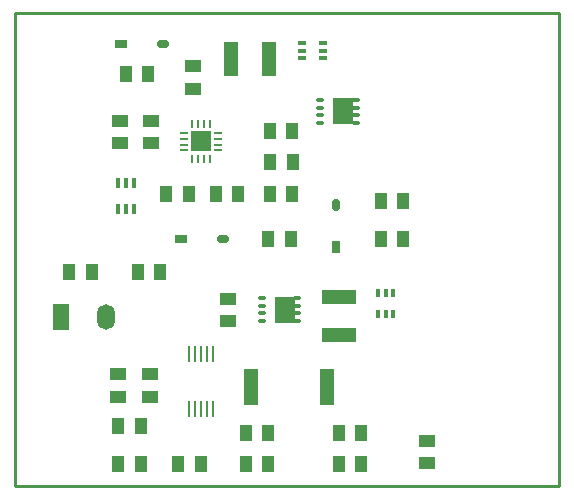
<source format=gtp>
G04 Layer_Color=8421504*
%FSLAX42Y42*%
%MOMM*%
G71*
G01*
G75*
%ADD10R,1.02X1.40*%
%ADD11R,1.40X1.02*%
G04:AMPARAMS|DCode=12|XSize=1mm|YSize=0.65mm|CornerRadius=0.23mm|HoleSize=0mm|Usage=FLASHONLY|Rotation=180.000|XOffset=0mm|YOffset=0mm|HoleType=Round|Shape=RoundedRectangle|*
%AMROUNDEDRECTD12*
21,1,1.00,0.20,0,0,180.0*
21,1,0.55,0.65,0,0,180.0*
1,1,0.46,-0.27,0.10*
1,1,0.46,0.27,0.10*
1,1,0.46,0.27,-0.10*
1,1,0.46,-0.27,-0.10*
%
%ADD12ROUNDEDRECTD12*%
%ADD13R,1.00X0.65*%
%ADD14R,1.70X1.70*%
%ADD15O,0.80X0.25*%
%ADD16O,0.25X0.80*%
%ADD17O,1.52X2.16*%
%ADD18R,1.40X2.16*%
G04:AMPARAMS|DCode=19|XSize=0.4mm|YSize=0.9mm|CornerRadius=0.1mm|HoleSize=0mm|Usage=FLASHONLY|Rotation=180.000|XOffset=0mm|YOffset=0mm|HoleType=Round|Shape=RoundedRectangle|*
%AMROUNDEDRECTD19*
21,1,0.40,0.70,0,0,180.0*
21,1,0.20,0.90,0,0,180.0*
1,1,0.20,-0.10,0.35*
1,1,0.20,0.10,0.35*
1,1,0.20,0.10,-0.35*
1,1,0.20,-0.10,-0.35*
%
%ADD19ROUNDEDRECTD19*%
%ADD20R,0.40X0.90*%
%ADD21R,1.30X3.00*%
G04:AMPARAMS|DCode=22|XSize=0.4mm|YSize=0.7mm|CornerRadius=0.1mm|HoleSize=0mm|Usage=FLASHONLY|Rotation=270.000|XOffset=0mm|YOffset=0mm|HoleType=Round|Shape=RoundedRectangle|*
%AMROUNDEDRECTD22*
21,1,0.40,0.50,0,0,270.0*
21,1,0.20,0.70,0,0,270.0*
1,1,0.20,-0.25,-0.10*
1,1,0.20,-0.25,0.10*
1,1,0.20,0.25,0.10*
1,1,0.20,0.25,-0.10*
%
%ADD22ROUNDEDRECTD22*%
%ADD23R,1.80X2.29*%
%ADD24O,0.80X0.34*%
%ADD27R,1.24X3.17*%
G04:AMPARAMS|DCode=28|XSize=1mm|YSize=0.65mm|CornerRadius=0.23mm|HoleSize=0mm|Usage=FLASHONLY|Rotation=270.000|XOffset=0mm|YOffset=0mm|HoleType=Round|Shape=RoundedRectangle|*
%AMROUNDEDRECTD28*
21,1,1.00,0.20,0,0,270.0*
21,1,0.55,0.65,0,0,270.0*
1,1,0.46,-0.10,-0.27*
1,1,0.46,-0.10,0.27*
1,1,0.46,0.10,0.27*
1,1,0.46,0.10,-0.27*
%
%ADD28ROUNDEDRECTD28*%
%ADD29R,0.65X1.00*%
%ADD30R,3.00X1.30*%
G04:AMPARAMS|DCode=31|XSize=0.4mm|YSize=0.7mm|CornerRadius=0.1mm|HoleSize=0mm|Usage=FLASHONLY|Rotation=180.000|XOffset=0mm|YOffset=0mm|HoleType=Round|Shape=RoundedRectangle|*
%AMROUNDEDRECTD31*
21,1,0.40,0.50,0,0,180.0*
21,1,0.20,0.70,0,0,180.0*
1,1,0.20,-0.10,0.25*
1,1,0.20,0.10,0.25*
1,1,0.20,0.10,-0.25*
1,1,0.20,-0.10,-0.25*
%
%ADD31ROUNDEDRECTD31*%
%ADD32C,0.25*%
%ADD52R,0.20X1.35*%
G04:AMPARAMS|DCode=53|XSize=0.2mm|YSize=1.35mm|CornerRadius=0mm|HoleSize=0mm|Usage=FLASHONLY|Rotation=0.000|XOffset=0mm|YOffset=0mm|HoleType=Round|Shape=Octagon|*
%AMOCTAGOND53*
4,1,8,-0.05,0.68,0.05,0.68,0.10,0.63,0.10,-0.63,0.05,-0.68,-0.05,-0.68,-0.10,-0.63,-0.10,0.63,-0.05,0.68,0.0*
%
%ADD53OCTAGOND53*%

D10*
X3460Y5310D02*
D03*
X3651D02*
D03*
X3937Y6985D02*
D03*
X4128D02*
D03*
X4230Y5310D02*
D03*
X4040D02*
D03*
X4470Y5969D02*
D03*
X4280D02*
D03*
X4890D02*
D03*
X4699D02*
D03*
X6287Y5906D02*
D03*
X6096D02*
D03*
Y5588D02*
D03*
X6287D02*
D03*
X5334D02*
D03*
X5144D02*
D03*
X3874Y4001D02*
D03*
X4064D02*
D03*
Y3683D02*
D03*
X3874D02*
D03*
X4381D02*
D03*
X4572D02*
D03*
X5144Y3947D02*
D03*
X4953D02*
D03*
Y3683D02*
D03*
X5144D02*
D03*
X5740Y3947D02*
D03*
X5931D02*
D03*
X5740Y3683D02*
D03*
X5931D02*
D03*
X5347Y6502D02*
D03*
X5156D02*
D03*
X5159Y6238D02*
D03*
X5349D02*
D03*
X5156Y5969D02*
D03*
X5347D02*
D03*
D11*
X4150Y6591D02*
D03*
Y6401D02*
D03*
X3886Y6591D02*
D03*
Y6401D02*
D03*
X3874Y4445D02*
D03*
Y4254D02*
D03*
X4801Y5080D02*
D03*
Y4890D02*
D03*
X4138Y4445D02*
D03*
Y4254D02*
D03*
X4508Y6858D02*
D03*
Y7049D02*
D03*
X6487Y3879D02*
D03*
Y3688D02*
D03*
D12*
X4254Y7239D02*
D03*
X4762Y5588D02*
D03*
D13*
X3899Y7239D02*
D03*
X4407Y5588D02*
D03*
D14*
X4572Y6414D02*
D03*
D15*
X4427Y6338D02*
D03*
Y6388D02*
D03*
Y6439D02*
D03*
Y6489D02*
D03*
X4717D02*
D03*
Y6439D02*
D03*
Y6388D02*
D03*
Y6338D02*
D03*
D16*
X4497Y6558D02*
D03*
X4547D02*
D03*
X4597D02*
D03*
X4647D02*
D03*
Y6269D02*
D03*
X4597D02*
D03*
X4547D02*
D03*
X4497D02*
D03*
D17*
X3765Y4930D02*
D03*
D18*
X3384D02*
D03*
D19*
X3874Y5842D02*
D03*
X3874Y6062D02*
D03*
X3938D02*
D03*
Y5842D02*
D03*
X4003D02*
D03*
D20*
X4003Y6062D02*
D03*
D21*
X5148Y7112D02*
D03*
X4826D02*
D03*
D22*
X5608Y7247D02*
D03*
Y7182D02*
D03*
Y7117D02*
D03*
X5428D02*
D03*
Y7182D02*
D03*
Y7247D02*
D03*
D23*
X5778Y6668D02*
D03*
X5282Y4991D02*
D03*
D24*
X5883Y6765D02*
D03*
X5884Y6700D02*
D03*
X5883Y6635D02*
D03*
Y6570D02*
D03*
X5583Y6570D02*
D03*
Y6635D02*
D03*
Y6700D02*
D03*
Y6765D02*
D03*
X5387Y5089D02*
D03*
X5387Y5024D02*
D03*
X5387Y4959D02*
D03*
Y4894D02*
D03*
X5087Y4894D02*
D03*
Y4959D02*
D03*
Y5024D02*
D03*
Y5089D02*
D03*
D27*
X4999Y4331D02*
D03*
X5639D02*
D03*
D28*
X5718Y5878D02*
D03*
D29*
Y5522D02*
D03*
D30*
X5740Y5095D02*
D03*
Y4773D02*
D03*
D31*
X6201Y4951D02*
D03*
X6136D02*
D03*
X6071D02*
D03*
Y5131D02*
D03*
X6136D02*
D03*
X6201D02*
D03*
D32*
X3000Y3500D02*
Y7500D01*
X7603D01*
Y3500D02*
Y7500D01*
X3000Y3500D02*
X7603D01*
D52*
X4622Y4151D02*
D03*
X4572D02*
D03*
X4672D02*
D03*
X4522D02*
D03*
X4472Y4612D02*
D03*
X4522D02*
D03*
X4672D02*
D03*
X4572D02*
D03*
X4622D02*
D03*
D53*
X4472Y4151D02*
D03*
M02*

</source>
